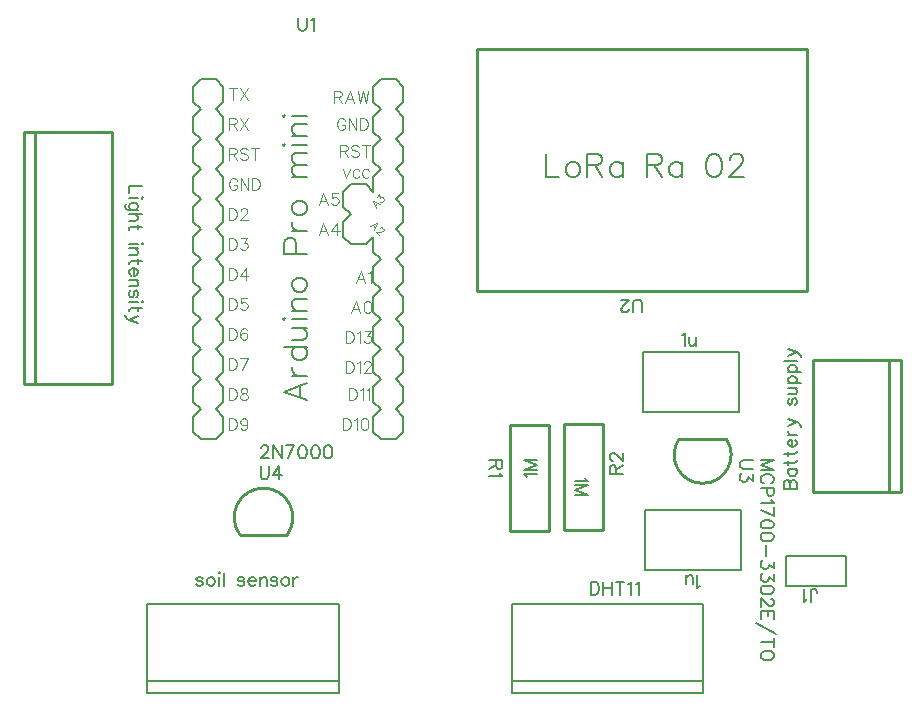
<source format=gto>
G04 Layer: TopSilkscreenLayer*
G04 EasyEDA v6.5.47, 2024-09-23 12:58:21*
G04 38ad9990bc604fb2ba1212fbd044b429,455023a0ac88494abd61f565c8365122,10*
G04 Gerber Generator version 0.2*
G04 Scale: 100 percent, Rotated: No, Reflected: No *
G04 Dimensions in millimeters *
G04 leading zeros omitted , absolute positions ,4 integer and 5 decimal *
%FSLAX45Y45*%
%MOMM*%

%ADD10C,0.2032*%
%ADD11C,0.1524*%
%ADD12C,0.0813*%
%ADD13C,0.0650*%
%ADD14C,0.2540*%
%ADD15C,0.1778*%
%ADD16C,0.1270*%
%ADD17C,0.2030*%
%ADD18C,0.0181*%

%LPD*%
D10*
X3262122Y3769613D02*
G01*
X3455924Y3695700D01*
X3262122Y3769613D02*
G01*
X3455924Y3843528D01*
X3391408Y3723386D02*
G01*
X3391408Y3815842D01*
X3326638Y3904487D02*
G01*
X3455924Y3904487D01*
X3382009Y3904487D02*
G01*
X3354324Y3913631D01*
X3336036Y3932173D01*
X3326638Y3950715D01*
X3326638Y3978402D01*
X3262122Y4150105D02*
G01*
X3455924Y4150105D01*
X3354324Y4150105D02*
G01*
X3336036Y4131563D01*
X3326638Y4113276D01*
X3326638Y4085589D01*
X3336036Y4067047D01*
X3354324Y4048505D01*
X3382009Y4039362D01*
X3400552Y4039362D01*
X3428238Y4048505D01*
X3446779Y4067047D01*
X3455924Y4085589D01*
X3455924Y4113276D01*
X3446779Y4131563D01*
X3428238Y4150105D01*
X3326638Y4211065D02*
G01*
X3419093Y4211065D01*
X3446779Y4220210D01*
X3455924Y4238752D01*
X3455924Y4266437D01*
X3446779Y4284979D01*
X3419093Y4312665D01*
X3326638Y4312665D02*
G01*
X3455924Y4312665D01*
X3262122Y4373626D02*
G01*
X3271265Y4382770D01*
X3262122Y4392168D01*
X3252724Y4382770D01*
X3262122Y4373626D01*
X3326638Y4382770D02*
G01*
X3455924Y4382770D01*
X3326638Y4453128D02*
G01*
X3455924Y4453128D01*
X3363722Y4453128D02*
G01*
X3336036Y4480813D01*
X3326638Y4499355D01*
X3326638Y4527042D01*
X3336036Y4545329D01*
X3363722Y4554728D01*
X3455924Y4554728D01*
X3326638Y4661915D02*
G01*
X3336036Y4643373D01*
X3354324Y4624831D01*
X3382009Y4615687D01*
X3400552Y4615687D01*
X3428238Y4624831D01*
X3446779Y4643373D01*
X3455924Y4661915D01*
X3455924Y4689602D01*
X3446779Y4707889D01*
X3428238Y4726431D01*
X3400552Y4735829D01*
X3382009Y4735829D01*
X3354324Y4726431D01*
X3336036Y4707889D01*
X3326638Y4689602D01*
X3326638Y4661915D01*
X3262122Y4939029D02*
G01*
X3455924Y4939029D01*
X3262122Y4939029D02*
G01*
X3262122Y5022087D01*
X3271265Y5049773D01*
X3280409Y5058918D01*
X3298952Y5068315D01*
X3326638Y5068315D01*
X3345179Y5058918D01*
X3354324Y5049773D01*
X3363722Y5022087D01*
X3363722Y4939029D01*
X3326638Y5129276D02*
G01*
X3455924Y5129276D01*
X3382009Y5129276D02*
G01*
X3354324Y5138420D01*
X3336036Y5156962D01*
X3326638Y5175250D01*
X3326638Y5203189D01*
X3326638Y5310123D02*
G01*
X3336036Y5291836D01*
X3354324Y5273294D01*
X3382009Y5264150D01*
X3400552Y5264150D01*
X3428238Y5273294D01*
X3446779Y5291836D01*
X3455924Y5310123D01*
X3455924Y5337810D01*
X3446779Y5356352D01*
X3428238Y5374894D01*
X3400552Y5384037D01*
X3382009Y5384037D01*
X3354324Y5374894D01*
X3336036Y5356352D01*
X3326638Y5337810D01*
X3326638Y5310123D01*
X3326638Y5587237D02*
G01*
X3455924Y5587237D01*
X3363722Y5587237D02*
G01*
X3336036Y5614923D01*
X3326638Y5633465D01*
X3326638Y5661152D01*
X3336036Y5679694D01*
X3363722Y5688837D01*
X3455924Y5688837D01*
X3363722Y5688837D02*
G01*
X3336036Y5716523D01*
X3326638Y5735065D01*
X3326638Y5762752D01*
X3336036Y5781294D01*
X3363722Y5790437D01*
X3455924Y5790437D01*
X3262122Y5851397D02*
G01*
X3271265Y5860795D01*
X3262122Y5869939D01*
X3252724Y5860795D01*
X3262122Y5851397D01*
X3326638Y5860795D02*
G01*
X3455924Y5860795D01*
X3326638Y5930900D02*
G01*
X3455924Y5930900D01*
X3363722Y5930900D02*
G01*
X3336036Y5958586D01*
X3326638Y5977128D01*
X3326638Y6004813D01*
X3336036Y6023355D01*
X3363722Y6032500D01*
X3455924Y6032500D01*
X3262122Y6093460D02*
G01*
X3271265Y6102604D01*
X3262122Y6112002D01*
X3252724Y6102604D01*
X3262122Y6093460D01*
X3326638Y6102604D02*
G01*
X3455924Y6102604D01*
D11*
X2058415Y5511800D02*
G01*
X1949450Y5511800D01*
X1949450Y5511800D02*
G01*
X1949450Y5449570D01*
X2058415Y5415279D02*
G01*
X2053336Y5409945D01*
X2058415Y5404865D01*
X2063750Y5409945D01*
X2058415Y5415279D01*
X2022093Y5409945D02*
G01*
X1949450Y5409945D01*
X2022093Y5308092D02*
G01*
X1939036Y5308092D01*
X1923287Y5313426D01*
X1918207Y5318505D01*
X1912873Y5328920D01*
X1912873Y5344413D01*
X1918207Y5354828D01*
X2006600Y5308092D02*
G01*
X2016759Y5318505D01*
X2022093Y5328920D01*
X2022093Y5344413D01*
X2016759Y5354828D01*
X2006600Y5365242D01*
X1990852Y5370576D01*
X1980438Y5370576D01*
X1964943Y5365242D01*
X1954529Y5354828D01*
X1949450Y5344413D01*
X1949450Y5328920D01*
X1954529Y5318505D01*
X1964943Y5308092D01*
X2058415Y5273802D02*
G01*
X1949450Y5273802D01*
X2001265Y5273802D02*
G01*
X2016759Y5258307D01*
X2022093Y5247894D01*
X2022093Y5232400D01*
X2016759Y5221986D01*
X2001265Y5216652D01*
X1949450Y5216652D01*
X2058415Y5166868D02*
G01*
X1970024Y5166868D01*
X1954529Y5161534D01*
X1949450Y5151120D01*
X1949450Y5140960D01*
X2022093Y5182362D02*
G01*
X2022093Y5146039D01*
X2058415Y5026660D02*
G01*
X2053336Y5021326D01*
X2058415Y5016245D01*
X2063750Y5021326D01*
X2058415Y5026660D01*
X2022093Y5021326D02*
G01*
X1949450Y5021326D01*
X2022093Y4981955D02*
G01*
X1949450Y4981955D01*
X2001265Y4981955D02*
G01*
X2016759Y4966207D01*
X2022093Y4955794D01*
X2022093Y4940300D01*
X2016759Y4929886D01*
X2001265Y4924805D01*
X1949450Y4924805D01*
X2058415Y4874768D02*
G01*
X1970024Y4874768D01*
X1954529Y4869687D01*
X1949450Y4859273D01*
X1949450Y4848860D01*
X2022093Y4890515D02*
G01*
X2022093Y4853939D01*
X1990852Y4814570D02*
G01*
X1990852Y4752339D01*
X2001265Y4752339D01*
X2011679Y4757420D01*
X2016759Y4762500D01*
X2022093Y4772913D01*
X2022093Y4788662D01*
X2016759Y4799076D01*
X2006600Y4809489D01*
X1990852Y4814570D01*
X1980438Y4814570D01*
X1964943Y4809489D01*
X1954529Y4799076D01*
X1949450Y4788662D01*
X1949450Y4772913D01*
X1954529Y4762500D01*
X1964943Y4752339D01*
X2022093Y4718050D02*
G01*
X1949450Y4718050D01*
X2001265Y4718050D02*
G01*
X2016759Y4702302D01*
X2022093Y4691887D01*
X2022093Y4676394D01*
X2016759Y4665979D01*
X2001265Y4660900D01*
X1949450Y4660900D01*
X2006600Y4569460D02*
G01*
X2016759Y4574539D01*
X2022093Y4590034D01*
X2022093Y4605781D01*
X2016759Y4621276D01*
X2006600Y4626610D01*
X1996186Y4621276D01*
X1990852Y4610862D01*
X1985772Y4584954D01*
X1980438Y4574539D01*
X1970024Y4569460D01*
X1964943Y4569460D01*
X1954529Y4574539D01*
X1949450Y4590034D01*
X1949450Y4605781D01*
X1954529Y4621276D01*
X1964943Y4626610D01*
X2058415Y4535170D02*
G01*
X2053336Y4529836D01*
X2058415Y4524755D01*
X2063750Y4529836D01*
X2058415Y4535170D01*
X2022093Y4529836D02*
G01*
X1949450Y4529836D01*
X2058415Y4474718D02*
G01*
X1970024Y4474718D01*
X1954529Y4469637D01*
X1949450Y4459223D01*
X1949450Y4448810D01*
X2022093Y4490465D02*
G01*
X2022093Y4453889D01*
X2022093Y4409439D02*
G01*
X1949450Y4378197D01*
X2022093Y4346955D02*
G01*
X1949450Y4378197D01*
X1928621Y4388612D01*
X1918207Y4399026D01*
X1912873Y4409439D01*
X1912873Y4414520D01*
X2571750Y2184400D02*
G01*
X2566670Y2194560D01*
X2550922Y2199894D01*
X2535427Y2199894D01*
X2519679Y2194560D01*
X2514600Y2184400D01*
X2519679Y2173986D01*
X2530093Y2168652D01*
X2556256Y2163571D01*
X2566670Y2158237D01*
X2571750Y2147823D01*
X2571750Y2142744D01*
X2566670Y2132329D01*
X2550922Y2127250D01*
X2535427Y2127250D01*
X2519679Y2132329D01*
X2514600Y2142744D01*
X2631947Y2199894D02*
G01*
X2621534Y2194560D01*
X2611120Y2184400D01*
X2606040Y2168652D01*
X2606040Y2158237D01*
X2611120Y2142744D01*
X2621534Y2132329D01*
X2631947Y2127250D01*
X2647695Y2127250D01*
X2658109Y2132329D01*
X2668270Y2142744D01*
X2673604Y2158237D01*
X2673604Y2168652D01*
X2668270Y2184400D01*
X2658109Y2194560D01*
X2647695Y2199894D01*
X2631947Y2199894D01*
X2707893Y2236215D02*
G01*
X2712974Y2231136D01*
X2718308Y2236215D01*
X2712974Y2241550D01*
X2707893Y2236215D01*
X2712974Y2199894D02*
G01*
X2712974Y2127250D01*
X2752597Y2236215D02*
G01*
X2752597Y2127250D01*
X2924047Y2184400D02*
G01*
X2918713Y2194560D01*
X2903220Y2199894D01*
X2887725Y2199894D01*
X2871977Y2194560D01*
X2866897Y2184400D01*
X2871977Y2173986D01*
X2882391Y2168652D01*
X2908300Y2163571D01*
X2918713Y2158237D01*
X2924047Y2147823D01*
X2924047Y2142744D01*
X2918713Y2132329D01*
X2903220Y2127250D01*
X2887725Y2127250D01*
X2871977Y2132329D01*
X2866897Y2142744D01*
X2958338Y2168652D02*
G01*
X3020568Y2168652D01*
X3020568Y2179065D01*
X3015488Y2189479D01*
X3010154Y2194560D01*
X2999740Y2199894D01*
X2984245Y2199894D01*
X2973831Y2194560D01*
X2963418Y2184400D01*
X2958338Y2168652D01*
X2958338Y2158237D01*
X2963418Y2142744D01*
X2973831Y2132329D01*
X2984245Y2127250D01*
X2999740Y2127250D01*
X3010154Y2132329D01*
X3020568Y2142744D01*
X3054858Y2199894D02*
G01*
X3054858Y2127250D01*
X3054858Y2179065D02*
G01*
X3070606Y2194560D01*
X3081020Y2199894D01*
X3096513Y2199894D01*
X3106927Y2194560D01*
X3112008Y2179065D01*
X3112008Y2127250D01*
X3203447Y2184400D02*
G01*
X3198368Y2194560D01*
X3182620Y2199894D01*
X3167125Y2199894D01*
X3151631Y2194560D01*
X3146297Y2184400D01*
X3151631Y2173986D01*
X3162045Y2168652D01*
X3187954Y2163571D01*
X3198368Y2158237D01*
X3203447Y2147823D01*
X3203447Y2142744D01*
X3198368Y2132329D01*
X3182620Y2127250D01*
X3167125Y2127250D01*
X3151631Y2132329D01*
X3146297Y2142744D01*
X3263900Y2199894D02*
G01*
X3253486Y2194560D01*
X3243072Y2184400D01*
X3237738Y2168652D01*
X3237738Y2158237D01*
X3243072Y2142744D01*
X3253486Y2132329D01*
X3263900Y2127250D01*
X3279393Y2127250D01*
X3289808Y2132329D01*
X3300222Y2142744D01*
X3305302Y2158237D01*
X3305302Y2168652D01*
X3300222Y2184400D01*
X3289808Y2194560D01*
X3279393Y2199894D01*
X3263900Y2199894D01*
X3339591Y2199894D02*
G01*
X3339591Y2127250D01*
X3339591Y2168652D02*
G01*
X3344925Y2184400D01*
X3355340Y2194560D01*
X3365500Y2199894D01*
X3381247Y2199894D01*
X5854700Y2160015D02*
G01*
X5854700Y2051050D01*
X5854700Y2160015D02*
G01*
X5891022Y2160015D01*
X5906770Y2154936D01*
X5916929Y2144521D01*
X5922263Y2134107D01*
X5927343Y2118360D01*
X5927343Y2092452D01*
X5922263Y2076957D01*
X5916929Y2066544D01*
X5906770Y2056129D01*
X5891022Y2051050D01*
X5854700Y2051050D01*
X5961634Y2160015D02*
G01*
X5961634Y2051050D01*
X6034531Y2160015D02*
G01*
X6034531Y2051050D01*
X5961634Y2108200D02*
G01*
X6034531Y2108200D01*
X6105143Y2160015D02*
G01*
X6105143Y2051050D01*
X6068822Y2160015D02*
G01*
X6141465Y2160015D01*
X6175756Y2139187D02*
G01*
X6186170Y2144521D01*
X6201663Y2160015D01*
X6201663Y2051050D01*
X6235954Y2139187D02*
G01*
X6246368Y2144521D01*
X6262115Y2160015D01*
X6262115Y2051050D01*
X7491984Y2946400D02*
G01*
X7600950Y2946400D01*
X7491984Y2946400D02*
G01*
X7491984Y2993136D01*
X7497063Y3008629D01*
X7502397Y3013963D01*
X7512811Y3019044D01*
X7523225Y3019044D01*
X7533640Y3013963D01*
X7538720Y3008629D01*
X7543800Y2993136D01*
X7543800Y2946400D02*
G01*
X7543800Y2993136D01*
X7549134Y3008629D01*
X7554213Y3013963D01*
X7564627Y3019044D01*
X7580375Y3019044D01*
X7590790Y3013963D01*
X7595870Y3008629D01*
X7600950Y2993136D01*
X7600950Y2946400D01*
X7528306Y3115818D02*
G01*
X7600950Y3115818D01*
X7543800Y3115818D02*
G01*
X7533640Y3105404D01*
X7528306Y3094989D01*
X7528306Y3079495D01*
X7533640Y3069081D01*
X7543800Y3058668D01*
X7559547Y3053334D01*
X7569961Y3053334D01*
X7585456Y3058668D01*
X7595870Y3069081D01*
X7600950Y3079495D01*
X7600950Y3094989D01*
X7595870Y3105404D01*
X7585456Y3115818D01*
X7491984Y3165602D02*
G01*
X7580375Y3165602D01*
X7595870Y3170936D01*
X7600950Y3181350D01*
X7600950Y3191510D01*
X7528306Y3150107D02*
G01*
X7528306Y3186429D01*
X7491984Y3241547D02*
G01*
X7580375Y3241547D01*
X7595870Y3246628D01*
X7600950Y3257042D01*
X7600950Y3267455D01*
X7528306Y3225800D02*
G01*
X7528306Y3262376D01*
X7559547Y3301745D02*
G01*
X7559547Y3364229D01*
X7549134Y3364229D01*
X7538720Y3358895D01*
X7533640Y3353815D01*
X7528306Y3343402D01*
X7528306Y3327654D01*
X7533640Y3317239D01*
X7543800Y3307079D01*
X7559547Y3301745D01*
X7569961Y3301745D01*
X7585456Y3307079D01*
X7595870Y3317239D01*
X7600950Y3327654D01*
X7600950Y3343402D01*
X7595870Y3353815D01*
X7585456Y3364229D01*
X7528306Y3398520D02*
G01*
X7600950Y3398520D01*
X7559547Y3398520D02*
G01*
X7543800Y3403600D01*
X7533640Y3414013D01*
X7528306Y3424428D01*
X7528306Y3439921D01*
X7528306Y3479545D02*
G01*
X7600950Y3510534D01*
X7528306Y3541776D02*
G01*
X7600950Y3510534D01*
X7621777Y3500120D01*
X7632191Y3489960D01*
X7637525Y3479545D01*
X7637525Y3474212D01*
X7543800Y3713226D02*
G01*
X7533640Y3708145D01*
X7528306Y3692397D01*
X7528306Y3676904D01*
X7533640Y3661410D01*
X7543800Y3656076D01*
X7554213Y3661410D01*
X7559547Y3671570D01*
X7564627Y3697731D01*
X7569961Y3708145D01*
X7580375Y3713226D01*
X7585456Y3713226D01*
X7595870Y3708145D01*
X7600950Y3692397D01*
X7600950Y3676904D01*
X7595870Y3661410D01*
X7585456Y3656076D01*
X7528306Y3747515D02*
G01*
X7580375Y3747515D01*
X7595870Y3752850D01*
X7600950Y3763010D01*
X7600950Y3778757D01*
X7595870Y3789171D01*
X7580375Y3804665D01*
X7528306Y3804665D02*
G01*
X7600950Y3804665D01*
X7528306Y3838955D02*
G01*
X7637525Y3838955D01*
X7543800Y3838955D02*
G01*
X7533640Y3849370D01*
X7528306Y3859784D01*
X7528306Y3875278D01*
X7533640Y3885692D01*
X7543800Y3896105D01*
X7559547Y3901439D01*
X7569961Y3901439D01*
X7585456Y3896105D01*
X7595870Y3885692D01*
X7600950Y3875278D01*
X7600950Y3859784D01*
X7595870Y3849370D01*
X7585456Y3838955D01*
X7528306Y3935729D02*
G01*
X7637525Y3935729D01*
X7543800Y3935729D02*
G01*
X7533640Y3945889D01*
X7528306Y3956304D01*
X7528306Y3972052D01*
X7533640Y3982465D01*
X7543800Y3992879D01*
X7559547Y3997960D01*
X7569961Y3997960D01*
X7585456Y3992879D01*
X7595870Y3982465D01*
X7600950Y3972052D01*
X7600950Y3956304D01*
X7595870Y3945889D01*
X7585456Y3935729D01*
X7491984Y4032250D02*
G01*
X7600950Y4032250D01*
X7528306Y4071620D02*
G01*
X7600950Y4102862D01*
X7528306Y4134104D02*
G01*
X7600950Y4102862D01*
X7621777Y4092447D01*
X7632191Y4082034D01*
X7637525Y4071620D01*
X7637525Y4066539D01*
X5809488Y3035300D02*
G01*
X5814822Y3024886D01*
X5830315Y3009392D01*
X5721350Y3009392D01*
X5830315Y2975102D02*
G01*
X5721350Y2975102D01*
X5830315Y2975102D02*
G01*
X5721350Y2933445D01*
X5830315Y2891789D02*
G01*
X5721350Y2933445D01*
X5830315Y2891789D02*
G01*
X5721350Y2891789D01*
X5106415Y3187700D02*
G01*
X4997450Y3187700D01*
X5106415Y3187700D02*
G01*
X5106415Y3140963D01*
X5101336Y3125470D01*
X5096002Y3120136D01*
X5085588Y3115055D01*
X5075174Y3115055D01*
X5064759Y3120136D01*
X5059679Y3125470D01*
X5054600Y3140963D01*
X5054600Y3187700D01*
X5054600Y3151378D02*
G01*
X4997450Y3115055D01*
X5085588Y3080765D02*
G01*
X5090922Y3070352D01*
X5106415Y3054604D01*
X4997450Y3054604D01*
X5315711Y3048000D02*
G01*
X5310377Y3058413D01*
X5294884Y3073907D01*
X5403850Y3073907D01*
X5294884Y3108197D02*
G01*
X5403850Y3108197D01*
X5294884Y3108197D02*
G01*
X5403850Y3149854D01*
X5294884Y3191510D02*
G01*
X5403850Y3149854D01*
X5294884Y3191510D02*
G01*
X5403850Y3191510D01*
X6018784Y3073400D02*
G01*
X6127750Y3073400D01*
X6018784Y3073400D02*
G01*
X6018784Y3120136D01*
X6023863Y3135629D01*
X6029197Y3140963D01*
X6039611Y3146044D01*
X6050025Y3146044D01*
X6060440Y3140963D01*
X6065520Y3135629D01*
X6070600Y3120136D01*
X6070600Y3073400D01*
X6070600Y3109721D02*
G01*
X6127750Y3146044D01*
X6044691Y3185668D02*
G01*
X6039611Y3185668D01*
X6029197Y3190747D01*
X6023863Y3196081D01*
X6018784Y3206495D01*
X6018784Y3227070D01*
X6023863Y3237484D01*
X6029197Y3242818D01*
X6039611Y3247897D01*
X6050025Y3247897D01*
X6060440Y3242818D01*
X6075934Y3232404D01*
X6127750Y3180334D01*
X6127750Y3253231D01*
X6781800Y2128012D02*
G01*
X6771386Y2122678D01*
X6755891Y2107184D01*
X6755891Y2216150D01*
X6721602Y2143505D02*
G01*
X6721602Y2195576D01*
X6716268Y2211070D01*
X6705854Y2216150D01*
X6690359Y2216150D01*
X6679945Y2211070D01*
X6664452Y2195576D01*
X6664452Y2143505D02*
G01*
X6664452Y2216150D01*
X6629400Y4247387D02*
G01*
X6639813Y4252721D01*
X6655308Y4268215D01*
X6655308Y4159250D01*
X6689597Y4231894D02*
G01*
X6689597Y4179823D01*
X6694931Y4164329D01*
X6705345Y4159250D01*
X6720840Y4159250D01*
X6731254Y4164329D01*
X6746747Y4179823D01*
X6746747Y4231894D02*
G01*
X6746747Y4159250D01*
X6289497Y4440280D02*
G01*
X6289497Y4518258D01*
X6284417Y4533752D01*
X6274003Y4544166D01*
X6258255Y4549246D01*
X6247841Y4549246D01*
X6232347Y4544166D01*
X6221933Y4533752D01*
X6216853Y4518258D01*
X6216853Y4440280D01*
X6177229Y4466188D02*
G01*
X6177229Y4461108D01*
X6172149Y4450694D01*
X6166815Y4445360D01*
X6156401Y4440280D01*
X6135827Y4440280D01*
X6125413Y4445360D01*
X6120079Y4450694D01*
X6114999Y4461108D01*
X6114999Y4471522D01*
X6120079Y4481936D01*
X6130493Y4497430D01*
X6182563Y4549246D01*
X6109665Y4549246D01*
D10*
X5473700Y5780278D02*
G01*
X5473700Y5586476D01*
X5473700Y5586476D02*
G01*
X5584443Y5586476D01*
X5691631Y5715762D02*
G01*
X5673090Y5706363D01*
X5654802Y5688076D01*
X5645404Y5660389D01*
X5645404Y5641847D01*
X5654802Y5614162D01*
X5673090Y5595620D01*
X5691631Y5586476D01*
X5719318Y5586476D01*
X5737859Y5595620D01*
X5756402Y5614162D01*
X5765545Y5641847D01*
X5765545Y5660389D01*
X5756402Y5688076D01*
X5737859Y5706363D01*
X5719318Y5715762D01*
X5691631Y5715762D01*
X5826506Y5780278D02*
G01*
X5826506Y5586476D01*
X5826506Y5780278D02*
G01*
X5909563Y5780278D01*
X5937250Y5771134D01*
X5946647Y5761989D01*
X5955791Y5743447D01*
X5955791Y5724905D01*
X5946647Y5706363D01*
X5937250Y5697220D01*
X5909563Y5688076D01*
X5826506Y5688076D01*
X5891275Y5688076D02*
G01*
X5955791Y5586476D01*
X6127750Y5715762D02*
G01*
X6127750Y5586476D01*
X6127750Y5688076D02*
G01*
X6109208Y5706363D01*
X6090665Y5715762D01*
X6062979Y5715762D01*
X6044438Y5706363D01*
X6026150Y5688076D01*
X6016752Y5660389D01*
X6016752Y5641847D01*
X6026150Y5614162D01*
X6044438Y5595620D01*
X6062979Y5586476D01*
X6090665Y5586476D01*
X6109208Y5595620D01*
X6127750Y5614162D01*
X6330950Y5780278D02*
G01*
X6330950Y5586476D01*
X6330950Y5780278D02*
G01*
X6414008Y5780278D01*
X6441693Y5771134D01*
X6450838Y5761989D01*
X6460236Y5743447D01*
X6460236Y5724905D01*
X6450838Y5706363D01*
X6441693Y5697220D01*
X6414008Y5688076D01*
X6330950Y5688076D01*
X6395465Y5688076D02*
G01*
X6460236Y5586476D01*
X6631940Y5715762D02*
G01*
X6631940Y5586476D01*
X6631940Y5688076D02*
G01*
X6613397Y5706363D01*
X6595109Y5715762D01*
X6567170Y5715762D01*
X6548881Y5706363D01*
X6530340Y5688076D01*
X6521195Y5660389D01*
X6521195Y5641847D01*
X6530340Y5614162D01*
X6548881Y5595620D01*
X6567170Y5586476D01*
X6595109Y5586476D01*
X6613397Y5595620D01*
X6631940Y5614162D01*
X6890511Y5780278D02*
G01*
X6862825Y5771134D01*
X6844284Y5743447D01*
X6835140Y5697220D01*
X6835140Y5669534D01*
X6844284Y5623305D01*
X6862825Y5595620D01*
X6890511Y5586476D01*
X6909054Y5586476D01*
X6936740Y5595620D01*
X6955281Y5623305D01*
X6964425Y5669534D01*
X6964425Y5697220D01*
X6955281Y5743447D01*
X6936740Y5771134D01*
X6909054Y5780278D01*
X6890511Y5780278D01*
X7034529Y5734050D02*
G01*
X7034529Y5743447D01*
X7043927Y5761989D01*
X7053072Y5771134D01*
X7071613Y5780278D01*
X7108443Y5780278D01*
X7126986Y5771134D01*
X7136129Y5761989D01*
X7145527Y5743447D01*
X7145527Y5724905D01*
X7136129Y5706363D01*
X7117841Y5678678D01*
X7025386Y5586476D01*
X7154672Y5586476D01*
D11*
X7405115Y3187700D02*
G01*
X7296150Y3187700D01*
X7405115Y3187700D02*
G01*
X7296150Y3146044D01*
X7405115Y3104642D02*
G01*
X7296150Y3146044D01*
X7405115Y3104642D02*
G01*
X7296150Y3104642D01*
X7379208Y2992373D02*
G01*
X7389622Y2997454D01*
X7400036Y3007868D01*
X7405115Y3018281D01*
X7405115Y3039110D01*
X7400036Y3049523D01*
X7389622Y3059937D01*
X7379208Y3065018D01*
X7363459Y3070352D01*
X7337552Y3070352D01*
X7322058Y3065018D01*
X7311643Y3059937D01*
X7301229Y3049523D01*
X7296150Y3039110D01*
X7296150Y3018281D01*
X7301229Y3007868D01*
X7311643Y2997454D01*
X7322058Y2992373D01*
X7405115Y2958084D02*
G01*
X7296150Y2958084D01*
X7405115Y2958084D02*
G01*
X7405115Y2911347D01*
X7400036Y2895600D01*
X7394702Y2890520D01*
X7384288Y2885439D01*
X7368793Y2885439D01*
X7358379Y2890520D01*
X7353300Y2895600D01*
X7347965Y2911347D01*
X7347965Y2958084D01*
X7384288Y2851150D02*
G01*
X7389622Y2840736D01*
X7405115Y2824987D01*
X7296150Y2824987D01*
X7405115Y2718054D02*
G01*
X7296150Y2769870D01*
X7405115Y2790697D02*
G01*
X7405115Y2718054D01*
X7405115Y2652521D02*
G01*
X7400036Y2668270D01*
X7384288Y2678429D01*
X7358379Y2683763D01*
X7342886Y2683763D01*
X7316724Y2678429D01*
X7301229Y2668270D01*
X7296150Y2652521D01*
X7296150Y2642107D01*
X7301229Y2626613D01*
X7316724Y2616200D01*
X7342886Y2611120D01*
X7358379Y2611120D01*
X7384288Y2616200D01*
X7400036Y2626613D01*
X7405115Y2642107D01*
X7405115Y2652521D01*
X7405115Y2545587D02*
G01*
X7400036Y2561081D01*
X7384288Y2571495D01*
X7358379Y2576829D01*
X7342886Y2576829D01*
X7316724Y2571495D01*
X7301229Y2561081D01*
X7296150Y2545587D01*
X7296150Y2535173D01*
X7301229Y2519679D01*
X7316724Y2509265D01*
X7342886Y2503931D01*
X7358379Y2503931D01*
X7384288Y2509265D01*
X7400036Y2519679D01*
X7405115Y2535173D01*
X7405115Y2545587D01*
X7342886Y2469642D02*
G01*
X7342886Y2376170D01*
X7405115Y2331465D02*
G01*
X7405115Y2274315D01*
X7363459Y2305557D01*
X7363459Y2289810D01*
X7358379Y2279650D01*
X7353300Y2274315D01*
X7337552Y2269236D01*
X7327138Y2269236D01*
X7311643Y2274315D01*
X7301229Y2284729D01*
X7296150Y2300223D01*
X7296150Y2315971D01*
X7301229Y2331465D01*
X7306309Y2336800D01*
X7316724Y2341879D01*
X7405115Y2224531D02*
G01*
X7405115Y2167381D01*
X7363459Y2198370D01*
X7363459Y2182876D01*
X7358379Y2172462D01*
X7353300Y2167381D01*
X7337552Y2162047D01*
X7327138Y2162047D01*
X7311643Y2167381D01*
X7301229Y2177795D01*
X7296150Y2193289D01*
X7296150Y2208784D01*
X7301229Y2224531D01*
X7306309Y2229612D01*
X7316724Y2234945D01*
X7405115Y2096770D02*
G01*
X7400036Y2112263D01*
X7384288Y2122678D01*
X7358379Y2127757D01*
X7342886Y2127757D01*
X7316724Y2122678D01*
X7301229Y2112263D01*
X7296150Y2096770D01*
X7296150Y2086355D01*
X7301229Y2070607D01*
X7316724Y2060194D01*
X7342886Y2055113D01*
X7358379Y2055113D01*
X7384288Y2060194D01*
X7400036Y2070607D01*
X7405115Y2086355D01*
X7405115Y2096770D01*
X7379208Y2015489D02*
G01*
X7384288Y2015489D01*
X7394702Y2010410D01*
X7400036Y2005329D01*
X7405115Y1994915D01*
X7405115Y1974087D01*
X7400036Y1963673D01*
X7394702Y1958339D01*
X7384288Y1953260D01*
X7373874Y1953260D01*
X7363459Y1958339D01*
X7347965Y1968754D01*
X7296150Y2020823D01*
X7296150Y1948179D01*
X7405115Y1913889D02*
G01*
X7296150Y1913889D01*
X7405115Y1913889D02*
G01*
X7405115Y1846326D01*
X7353300Y1913889D02*
G01*
X7353300Y1872234D01*
X7296150Y1913889D02*
G01*
X7296150Y1846326D01*
X7425943Y1718310D02*
G01*
X7259574Y1812036D01*
X7405115Y1647697D02*
G01*
X7296150Y1647697D01*
X7405115Y1684020D02*
G01*
X7405115Y1611376D01*
X7405115Y1545844D02*
G01*
X7400036Y1556257D01*
X7389622Y1566671D01*
X7379208Y1572005D01*
X7363459Y1577086D01*
X7337552Y1577086D01*
X7322058Y1572005D01*
X7311643Y1566671D01*
X7301229Y1556257D01*
X7296150Y1545844D01*
X7296150Y1525270D01*
X7301229Y1514855D01*
X7311643Y1504442D01*
X7322058Y1499107D01*
X7337552Y1494028D01*
X7363459Y1494028D01*
X7379208Y1499107D01*
X7389622Y1504442D01*
X7400036Y1514855D01*
X7405115Y1525270D01*
X7405115Y1545844D01*
X7227315Y3187700D02*
G01*
X7149338Y3187700D01*
X7133843Y3182620D01*
X7123429Y3172205D01*
X7118350Y3156457D01*
X7118350Y3146044D01*
X7123429Y3130550D01*
X7133843Y3120136D01*
X7149338Y3115055D01*
X7227315Y3115055D01*
X7227315Y3070352D02*
G01*
X7227315Y3013202D01*
X7185659Y3044189D01*
X7185659Y3028695D01*
X7180579Y3018281D01*
X7175500Y3013202D01*
X7159752Y3007868D01*
X7149338Y3007868D01*
X7133843Y3013202D01*
X7123429Y3023615D01*
X7118350Y3039110D01*
X7118350Y3054604D01*
X7123429Y3070352D01*
X7128509Y3075431D01*
X7138924Y3080765D01*
X3065779Y3289807D02*
G01*
X3065779Y3294887D01*
X3071113Y3305302D01*
X3076193Y3310636D01*
X3086608Y3315715D01*
X3107436Y3315715D01*
X3117850Y3310636D01*
X3122929Y3305302D01*
X3128263Y3294887D01*
X3128263Y3284473D01*
X3122929Y3274060D01*
X3112770Y3258565D01*
X3060700Y3206750D01*
X3133343Y3206750D01*
X3167634Y3315715D02*
G01*
X3167634Y3206750D01*
X3167634Y3315715D02*
G01*
X3240531Y3206750D01*
X3240531Y3315715D02*
G01*
X3240531Y3206750D01*
X3347465Y3315715D02*
G01*
X3295650Y3206750D01*
X3274822Y3315715D02*
G01*
X3347465Y3315715D01*
X3412997Y3315715D02*
G01*
X3397250Y3310636D01*
X3387090Y3294887D01*
X3381756Y3268979D01*
X3381756Y3253486D01*
X3387090Y3227323D01*
X3397250Y3211829D01*
X3412997Y3206750D01*
X3423411Y3206750D01*
X3438906Y3211829D01*
X3449320Y3227323D01*
X3454400Y3253486D01*
X3454400Y3268979D01*
X3449320Y3294887D01*
X3438906Y3310636D01*
X3423411Y3315715D01*
X3412997Y3315715D01*
X3519931Y3315715D02*
G01*
X3504438Y3310636D01*
X3494024Y3294887D01*
X3488690Y3268979D01*
X3488690Y3253486D01*
X3494024Y3227323D01*
X3504438Y3211829D01*
X3519931Y3206750D01*
X3530345Y3206750D01*
X3545840Y3211829D01*
X3556254Y3227323D01*
X3561588Y3253486D01*
X3561588Y3268979D01*
X3556254Y3294887D01*
X3545840Y3310636D01*
X3530345Y3315715D01*
X3519931Y3315715D01*
X3627120Y3315715D02*
G01*
X3611372Y3310636D01*
X3600958Y3294887D01*
X3595877Y3268979D01*
X3595877Y3253486D01*
X3600958Y3227323D01*
X3611372Y3211829D01*
X3627120Y3206750D01*
X3637279Y3206750D01*
X3653027Y3211829D01*
X3663441Y3227323D01*
X3668522Y3253486D01*
X3668522Y3268979D01*
X3663441Y3294887D01*
X3653027Y3310636D01*
X3637279Y3315715D01*
X3627120Y3315715D01*
X3060700Y3137915D02*
G01*
X3060700Y3059937D01*
X3065779Y3044444D01*
X3076193Y3034029D01*
X3091941Y3028950D01*
X3102356Y3028950D01*
X3117850Y3034029D01*
X3128263Y3044444D01*
X3133343Y3059937D01*
X3133343Y3137915D01*
X3219704Y3137915D02*
G01*
X3167634Y3065271D01*
X3245611Y3065271D01*
X3219704Y3137915D02*
G01*
X3219704Y3028950D01*
X3378200Y6935215D02*
G01*
X3378200Y6857237D01*
X3383279Y6841744D01*
X3393693Y6831329D01*
X3409441Y6826250D01*
X3419856Y6826250D01*
X3435350Y6831329D01*
X3445763Y6841744D01*
X3450843Y6857237D01*
X3450843Y6935215D01*
X3485134Y6914387D02*
G01*
X3495547Y6919721D01*
X3511295Y6935215D01*
X3511295Y6826250D01*
D12*
X2794000Y5830315D02*
G01*
X2794000Y5733287D01*
X2794000Y5830315D02*
G01*
X2835656Y5830315D01*
X2849372Y5825489D01*
X2853943Y5820918D01*
X2858770Y5811773D01*
X2858770Y5802629D01*
X2853943Y5793231D01*
X2849372Y5788660D01*
X2835656Y5784087D01*
X2794000Y5784087D01*
X2826258Y5784087D02*
G01*
X2858770Y5733287D01*
X2953765Y5816345D02*
G01*
X2944622Y5825489D01*
X2930652Y5830315D01*
X2912109Y5830315D01*
X2898393Y5825489D01*
X2889250Y5816345D01*
X2889250Y5807202D01*
X2893822Y5797804D01*
X2898393Y5793231D01*
X2907538Y5788660D01*
X2935224Y5779515D01*
X2944622Y5774689D01*
X2949193Y5770118D01*
X2953765Y5760973D01*
X2953765Y5747004D01*
X2944622Y5737860D01*
X2930652Y5733287D01*
X2912109Y5733287D01*
X2898393Y5737860D01*
X2889250Y5747004D01*
X3016504Y5830315D02*
G01*
X3016504Y5733287D01*
X2984245Y5830315D02*
G01*
X3049015Y5830315D01*
X2863341Y5553202D02*
G01*
X2858770Y5562345D01*
X2849372Y5571489D01*
X2840227Y5576315D01*
X2821686Y5576315D01*
X2812541Y5571489D01*
X2803143Y5562345D01*
X2798572Y5553202D01*
X2794000Y5539231D01*
X2794000Y5516118D01*
X2798572Y5502402D01*
X2803143Y5493004D01*
X2812541Y5483860D01*
X2821686Y5479287D01*
X2840227Y5479287D01*
X2849372Y5483860D01*
X2858770Y5493004D01*
X2863341Y5502402D01*
X2863341Y5516118D01*
X2840227Y5516118D02*
G01*
X2863341Y5516118D01*
X2893822Y5576315D02*
G01*
X2893822Y5479287D01*
X2893822Y5576315D02*
G01*
X2958338Y5479287D01*
X2958338Y5576315D02*
G01*
X2958338Y5479287D01*
X2988818Y5576315D02*
G01*
X2988818Y5479287D01*
X2988818Y5576315D02*
G01*
X3021329Y5576315D01*
X3035045Y5571489D01*
X3044190Y5562345D01*
X3049015Y5553202D01*
X3053588Y5539231D01*
X3053588Y5516118D01*
X3049015Y5502402D01*
X3044190Y5493004D01*
X3035045Y5483860D01*
X3021329Y5479287D01*
X2988818Y5479287D01*
X2794000Y5322315D02*
G01*
X2794000Y5225287D01*
X2794000Y5322315D02*
G01*
X2826258Y5322315D01*
X2840227Y5317489D01*
X2849372Y5308345D01*
X2853943Y5299202D01*
X2858770Y5285231D01*
X2858770Y5262118D01*
X2853943Y5248402D01*
X2849372Y5239004D01*
X2840227Y5229860D01*
X2826258Y5225287D01*
X2794000Y5225287D01*
X2893822Y5299202D02*
G01*
X2893822Y5303773D01*
X2898393Y5312918D01*
X2902965Y5317489D01*
X2912109Y5322315D01*
X2930652Y5322315D01*
X2940050Y5317489D01*
X2944622Y5312918D01*
X2949193Y5303773D01*
X2949193Y5294629D01*
X2944622Y5285231D01*
X2935224Y5271515D01*
X2889250Y5225287D01*
X2953765Y5225287D01*
X2794000Y6084315D02*
G01*
X2794000Y5987287D01*
X2794000Y6084315D02*
G01*
X2835656Y6084315D01*
X2849372Y6079489D01*
X2853943Y6074918D01*
X2858770Y6065773D01*
X2858770Y6056629D01*
X2853943Y6047231D01*
X2849372Y6042660D01*
X2835656Y6038087D01*
X2794000Y6038087D01*
X2826258Y6038087D02*
G01*
X2858770Y5987287D01*
X2889250Y6084315D02*
G01*
X2953765Y5987287D01*
X2953765Y6084315D02*
G01*
X2889250Y5987287D01*
X2826258Y6338315D02*
G01*
X2826258Y6241287D01*
X2794000Y6338315D02*
G01*
X2858770Y6338315D01*
X2889250Y6338315D02*
G01*
X2953765Y6241287D01*
X2953765Y6338315D02*
G01*
X2889250Y6241287D01*
X2794000Y4814315D02*
G01*
X2794000Y4717287D01*
X2794000Y4814315D02*
G01*
X2826258Y4814315D01*
X2840227Y4809489D01*
X2849372Y4800345D01*
X2853943Y4791202D01*
X2858770Y4777231D01*
X2858770Y4754118D01*
X2853943Y4740402D01*
X2849372Y4731004D01*
X2840227Y4721860D01*
X2826258Y4717287D01*
X2794000Y4717287D01*
X2935224Y4814315D02*
G01*
X2889250Y4749545D01*
X2958338Y4749545D01*
X2935224Y4814315D02*
G01*
X2935224Y4717287D01*
X2794000Y4560315D02*
G01*
X2794000Y4463287D01*
X2794000Y4560315D02*
G01*
X2826258Y4560315D01*
X2840227Y4555489D01*
X2849372Y4546345D01*
X2853943Y4537202D01*
X2858770Y4523231D01*
X2858770Y4500118D01*
X2853943Y4486402D01*
X2849372Y4477004D01*
X2840227Y4467860D01*
X2826258Y4463287D01*
X2794000Y4463287D01*
X2944622Y4560315D02*
G01*
X2898393Y4560315D01*
X2893822Y4518660D01*
X2898393Y4523231D01*
X2912109Y4527804D01*
X2926079Y4527804D01*
X2940050Y4523231D01*
X2949193Y4514087D01*
X2953765Y4500118D01*
X2953765Y4490973D01*
X2949193Y4477004D01*
X2940050Y4467860D01*
X2926079Y4463287D01*
X2912109Y4463287D01*
X2898393Y4467860D01*
X2893822Y4472431D01*
X2889250Y4481829D01*
X2794000Y4306315D02*
G01*
X2794000Y4209287D01*
X2794000Y4306315D02*
G01*
X2826258Y4306315D01*
X2840227Y4301489D01*
X2849372Y4292345D01*
X2853943Y4283202D01*
X2858770Y4269231D01*
X2858770Y4246118D01*
X2853943Y4232402D01*
X2849372Y4223004D01*
X2840227Y4213860D01*
X2826258Y4209287D01*
X2794000Y4209287D01*
X2944622Y4292345D02*
G01*
X2940050Y4301489D01*
X2926079Y4306315D01*
X2916936Y4306315D01*
X2902965Y4301489D01*
X2893822Y4287773D01*
X2889250Y4264660D01*
X2889250Y4241545D01*
X2893822Y4223004D01*
X2902965Y4213860D01*
X2916936Y4209287D01*
X2921508Y4209287D01*
X2935224Y4213860D01*
X2944622Y4223004D01*
X2949193Y4236973D01*
X2949193Y4241545D01*
X2944622Y4255515D01*
X2935224Y4264660D01*
X2921508Y4269231D01*
X2916936Y4269231D01*
X2902965Y4264660D01*
X2893822Y4255515D01*
X2889250Y4241545D01*
X2794000Y4052315D02*
G01*
X2794000Y3955287D01*
X2794000Y4052315D02*
G01*
X2826258Y4052315D01*
X2840227Y4047489D01*
X2849372Y4038345D01*
X2853943Y4029202D01*
X2858770Y4015231D01*
X2858770Y3992118D01*
X2853943Y3978402D01*
X2849372Y3969004D01*
X2840227Y3959860D01*
X2826258Y3955287D01*
X2794000Y3955287D01*
X2953765Y4052315D02*
G01*
X2907538Y3955287D01*
X2889250Y4052315D02*
G01*
X2953765Y4052315D01*
X2794000Y3798315D02*
G01*
X2794000Y3701287D01*
X2794000Y3798315D02*
G01*
X2826258Y3798315D01*
X2840227Y3793489D01*
X2849372Y3784345D01*
X2853943Y3775202D01*
X2858770Y3761231D01*
X2858770Y3738118D01*
X2853943Y3724402D01*
X2849372Y3715004D01*
X2840227Y3705860D01*
X2826258Y3701287D01*
X2794000Y3701287D01*
X2912109Y3798315D02*
G01*
X2898393Y3793489D01*
X2893822Y3784345D01*
X2893822Y3775202D01*
X2898393Y3765804D01*
X2907538Y3761231D01*
X2926079Y3756660D01*
X2940050Y3752087D01*
X2949193Y3742689D01*
X2953765Y3733545D01*
X2953765Y3719829D01*
X2949193Y3710431D01*
X2944622Y3705860D01*
X2930652Y3701287D01*
X2912109Y3701287D01*
X2898393Y3705860D01*
X2893822Y3710431D01*
X2889250Y3719829D01*
X2889250Y3733545D01*
X2893822Y3742689D01*
X2902965Y3752087D01*
X2916936Y3756660D01*
X2935224Y3761231D01*
X2944622Y3765804D01*
X2949193Y3775202D01*
X2949193Y3784345D01*
X2944622Y3793489D01*
X2930652Y3798315D01*
X2912109Y3798315D01*
X2794000Y3544315D02*
G01*
X2794000Y3447287D01*
X2794000Y3544315D02*
G01*
X2826258Y3544315D01*
X2840227Y3539489D01*
X2849372Y3530345D01*
X2853943Y3521202D01*
X2858770Y3507231D01*
X2858770Y3484118D01*
X2853943Y3470402D01*
X2849372Y3461004D01*
X2840227Y3451860D01*
X2826258Y3447287D01*
X2794000Y3447287D01*
X2949193Y3511804D02*
G01*
X2944622Y3498087D01*
X2935224Y3488689D01*
X2921508Y3484118D01*
X2916936Y3484118D01*
X2902965Y3488689D01*
X2893822Y3498087D01*
X2889250Y3511804D01*
X2889250Y3516629D01*
X2893822Y3530345D01*
X2902965Y3539489D01*
X2916936Y3544315D01*
X2921508Y3544315D01*
X2935224Y3539489D01*
X2944622Y3530345D01*
X2949193Y3511804D01*
X2949193Y3488689D01*
X2944622Y3465829D01*
X2935224Y3451860D01*
X2921508Y3447287D01*
X2912109Y3447287D01*
X2898393Y3451860D01*
X2893822Y3461004D01*
X3759200Y3544315D02*
G01*
X3759200Y3447287D01*
X3759200Y3544315D02*
G01*
X3791458Y3544315D01*
X3805427Y3539489D01*
X3814572Y3530345D01*
X3819143Y3521202D01*
X3823970Y3507231D01*
X3823970Y3484118D01*
X3819143Y3470402D01*
X3814572Y3461004D01*
X3805427Y3451860D01*
X3791458Y3447287D01*
X3759200Y3447287D01*
X3854450Y3525773D02*
G01*
X3863593Y3530345D01*
X3877309Y3544315D01*
X3877309Y3447287D01*
X3935729Y3544315D02*
G01*
X3921759Y3539489D01*
X3912615Y3525773D01*
X3907790Y3502660D01*
X3907790Y3488689D01*
X3912615Y3465829D01*
X3921759Y3451860D01*
X3935729Y3447287D01*
X3944874Y3447287D01*
X3958590Y3451860D01*
X3967988Y3465829D01*
X3972559Y3488689D01*
X3972559Y3502660D01*
X3967988Y3525773D01*
X3958590Y3539489D01*
X3944874Y3544315D01*
X3935729Y3544315D01*
X3810000Y3798315D02*
G01*
X3810000Y3701287D01*
X3810000Y3798315D02*
G01*
X3842258Y3798315D01*
X3856227Y3793489D01*
X3865372Y3784345D01*
X3869943Y3775202D01*
X3874770Y3761231D01*
X3874770Y3738118D01*
X3869943Y3724402D01*
X3865372Y3715004D01*
X3856227Y3705860D01*
X3842258Y3701287D01*
X3810000Y3701287D01*
X3905250Y3779773D02*
G01*
X3914393Y3784345D01*
X3928109Y3798315D01*
X3928109Y3701287D01*
X3958590Y3779773D02*
G01*
X3967988Y3784345D01*
X3981704Y3798315D01*
X3981704Y3701287D01*
X3784600Y4026915D02*
G01*
X3784600Y3929887D01*
X3784600Y4026915D02*
G01*
X3816858Y4026915D01*
X3830827Y4022089D01*
X3839972Y4012945D01*
X3844543Y4003802D01*
X3849370Y3989831D01*
X3849370Y3966718D01*
X3844543Y3953002D01*
X3839972Y3943604D01*
X3830827Y3934460D01*
X3816858Y3929887D01*
X3784600Y3929887D01*
X3879850Y4008373D02*
G01*
X3888993Y4012945D01*
X3902709Y4026915D01*
X3902709Y3929887D01*
X3938015Y4003802D02*
G01*
X3938015Y4008373D01*
X3942588Y4017518D01*
X3947159Y4022089D01*
X3956304Y4026915D01*
X3974845Y4026915D01*
X3983990Y4022089D01*
X3988815Y4017518D01*
X3993388Y4008373D01*
X3993388Y3999229D01*
X3988815Y3989831D01*
X3979418Y3976115D01*
X3933190Y3929887D01*
X3997959Y3929887D01*
X3784600Y4280915D02*
G01*
X3784600Y4183887D01*
X3784600Y4280915D02*
G01*
X3816858Y4280915D01*
X3830827Y4276089D01*
X3839972Y4266945D01*
X3844543Y4257802D01*
X3849370Y4243831D01*
X3849370Y4220718D01*
X3844543Y4207002D01*
X3839972Y4197604D01*
X3830827Y4188460D01*
X3816858Y4183887D01*
X3784600Y4183887D01*
X3879850Y4262373D02*
G01*
X3888993Y4266945D01*
X3902709Y4280915D01*
X3902709Y4183887D01*
X3942588Y4280915D02*
G01*
X3993388Y4280915D01*
X3965702Y4243831D01*
X3979418Y4243831D01*
X3988815Y4239260D01*
X3993388Y4234687D01*
X3997959Y4220718D01*
X3997959Y4211573D01*
X3993388Y4197604D01*
X3983990Y4188460D01*
X3970274Y4183887D01*
X3956304Y4183887D01*
X3942588Y4188460D01*
X3938015Y4193031D01*
X3933190Y4202429D01*
X3865879Y4534915D02*
G01*
X3829050Y4437887D01*
X3865879Y4534915D02*
G01*
X3902963Y4437887D01*
X3843020Y4470145D02*
G01*
X3888993Y4470145D01*
X3961129Y4534915D02*
G01*
X3947159Y4530089D01*
X3938015Y4516373D01*
X3933443Y4493260D01*
X3933443Y4479289D01*
X3938015Y4456429D01*
X3947159Y4442460D01*
X3961129Y4437887D01*
X3970274Y4437887D01*
X3984243Y4442460D01*
X3993388Y4456429D01*
X3997959Y4479289D01*
X3997959Y4493260D01*
X3993388Y4516373D01*
X3984243Y4530089D01*
X3970274Y4534915D01*
X3961129Y4534915D01*
X3907281Y4788915D02*
G01*
X3870452Y4691887D01*
X3907281Y4788915D02*
G01*
X3944365Y4691887D01*
X3884422Y4724145D02*
G01*
X3930395Y4724145D01*
X3974845Y4770373D02*
G01*
X3983990Y4774945D01*
X3997959Y4788915D01*
X3997959Y4691887D01*
D13*
X4050840Y5198534D02*
G01*
X3990314Y5171414D01*
X4050840Y5198534D02*
G01*
X4023720Y5138008D01*
X4011147Y5179677D02*
G01*
X4031983Y5158841D01*
X4073113Y5155430D02*
G01*
X4075267Y5157584D01*
X4081373Y5159740D01*
X4085683Y5159740D01*
X4091790Y5157584D01*
X4100233Y5149143D01*
X4102387Y5143037D01*
X4102209Y5138905D01*
X4100233Y5132618D01*
X4095922Y5128308D01*
X4089636Y5126334D01*
X4079219Y5124178D01*
X4037550Y5124178D01*
X4066827Y5094902D01*
X4008965Y5384340D02*
G01*
X4036085Y5323814D01*
X4008965Y5384340D02*
G01*
X4069491Y5357220D01*
X4027822Y5344647D02*
G01*
X4048658Y5365483D01*
X4043629Y5419006D02*
G01*
X4066618Y5441995D01*
X4070748Y5412719D01*
X4077035Y5419006D01*
X4083141Y5421160D01*
X4087451Y5421160D01*
X4095894Y5417030D01*
X4100024Y5412897D01*
X4104154Y5404457D01*
X4104154Y5396194D01*
X4100024Y5387754D01*
X4093738Y5381467D01*
X4085297Y5377337D01*
X4081345Y5377337D01*
X4075059Y5379313D01*
X3759200Y5657342D02*
G01*
X3788663Y5579618D01*
X3818381Y5657342D02*
G01*
X3788663Y5579618D01*
X3898138Y5638800D02*
G01*
X3894327Y5646165D01*
X3886961Y5653531D01*
X3879595Y5657342D01*
X3864863Y5657342D01*
X3857497Y5653531D01*
X3850131Y5646165D01*
X3846322Y5638800D01*
X3842765Y5627878D01*
X3842765Y5609336D01*
X3846322Y5598160D01*
X3850131Y5590794D01*
X3857497Y5583428D01*
X3864863Y5579618D01*
X3879595Y5579618D01*
X3886961Y5583428D01*
X3894327Y5590794D01*
X3898138Y5598160D01*
X3977893Y5638800D02*
G01*
X3974338Y5646165D01*
X3966718Y5653531D01*
X3959352Y5657342D01*
X3944620Y5657342D01*
X3937254Y5653531D01*
X3929888Y5646165D01*
X3926077Y5638800D01*
X3922522Y5627878D01*
X3922522Y5609336D01*
X3926077Y5598160D01*
X3929888Y5590794D01*
X3937254Y5583428D01*
X3944620Y5579618D01*
X3959352Y5579618D01*
X3966718Y5583428D01*
X3974338Y5590794D01*
X3977893Y5598160D01*
D12*
X3733800Y5855715D02*
G01*
X3733800Y5758687D01*
X3733800Y5855715D02*
G01*
X3775456Y5855715D01*
X3789172Y5850889D01*
X3793743Y5846318D01*
X3798570Y5837173D01*
X3798570Y5828029D01*
X3793743Y5818631D01*
X3789172Y5814060D01*
X3775456Y5809487D01*
X3733800Y5809487D01*
X3766058Y5809487D02*
G01*
X3798570Y5758687D01*
X3893565Y5841745D02*
G01*
X3884422Y5850889D01*
X3870452Y5855715D01*
X3851909Y5855715D01*
X3838193Y5850889D01*
X3829050Y5841745D01*
X3829050Y5832602D01*
X3833622Y5823204D01*
X3838193Y5818631D01*
X3847338Y5814060D01*
X3875024Y5804915D01*
X3884422Y5800089D01*
X3888993Y5795518D01*
X3893565Y5786373D01*
X3893565Y5772404D01*
X3884422Y5763260D01*
X3870452Y5758687D01*
X3851909Y5758687D01*
X3838193Y5763260D01*
X3829050Y5772404D01*
X3956304Y5855715D02*
G01*
X3956304Y5758687D01*
X3924045Y5855715D02*
G01*
X3988815Y5855715D01*
X3777741Y6061202D02*
G01*
X3773170Y6070345D01*
X3763772Y6079489D01*
X3754627Y6084315D01*
X3736086Y6084315D01*
X3726941Y6079489D01*
X3717543Y6070345D01*
X3712972Y6061202D01*
X3708400Y6047231D01*
X3708400Y6024118D01*
X3712972Y6010402D01*
X3717543Y6001004D01*
X3726941Y5991860D01*
X3736086Y5987287D01*
X3754627Y5987287D01*
X3763772Y5991860D01*
X3773170Y6001004D01*
X3777741Y6010402D01*
X3777741Y6024118D01*
X3754627Y6024118D02*
G01*
X3777741Y6024118D01*
X3808222Y6084315D02*
G01*
X3808222Y5987287D01*
X3808222Y6084315D02*
G01*
X3872738Y5987287D01*
X3872738Y6084315D02*
G01*
X3872738Y5987287D01*
X3903218Y6084315D02*
G01*
X3903218Y5987287D01*
X3903218Y6084315D02*
G01*
X3935729Y6084315D01*
X3949445Y6079489D01*
X3958590Y6070345D01*
X3963415Y6061202D01*
X3967988Y6047231D01*
X3967988Y6024118D01*
X3963415Y6010402D01*
X3958590Y6001004D01*
X3949445Y5991860D01*
X3935729Y5987287D01*
X3903218Y5987287D01*
X3683000Y6312915D02*
G01*
X3683000Y6215887D01*
X3683000Y6312915D02*
G01*
X3724656Y6312915D01*
X3738372Y6308089D01*
X3742943Y6303518D01*
X3747770Y6294373D01*
X3747770Y6285229D01*
X3742943Y6275831D01*
X3738372Y6271260D01*
X3724656Y6266687D01*
X3683000Y6266687D01*
X3715258Y6266687D02*
G01*
X3747770Y6215887D01*
X3815079Y6312915D02*
G01*
X3778250Y6215887D01*
X3815079Y6312915D02*
G01*
X3851909Y6215887D01*
X3791965Y6248145D02*
G01*
X3838193Y6248145D01*
X3882390Y6312915D02*
G01*
X3905504Y6215887D01*
X3928618Y6312915D02*
G01*
X3905504Y6215887D01*
X3928618Y6312915D02*
G01*
X3951731Y6215887D01*
X3974845Y6312915D02*
G01*
X3951731Y6215887D01*
X2794000Y5068315D02*
G01*
X2794000Y4971287D01*
X2794000Y5068315D02*
G01*
X2826258Y5068315D01*
X2840227Y5063489D01*
X2849372Y5054345D01*
X2853943Y5045202D01*
X2858770Y5031231D01*
X2858770Y5008118D01*
X2853943Y4994402D01*
X2849372Y4985004D01*
X2840227Y4975860D01*
X2826258Y4971287D01*
X2794000Y4971287D01*
X2898393Y5068315D02*
G01*
X2949193Y5068315D01*
X2921508Y5031231D01*
X2935224Y5031231D01*
X2944622Y5026660D01*
X2949193Y5022087D01*
X2953765Y5008118D01*
X2953765Y4998973D01*
X2949193Y4985004D01*
X2940050Y4975860D01*
X2926079Y4971287D01*
X2912109Y4971287D01*
X2898393Y4975860D01*
X2893822Y4980431D01*
X2889250Y4989829D01*
X3592829Y5449315D02*
G01*
X3556000Y5352287D01*
X3592829Y5449315D02*
G01*
X3629913Y5352287D01*
X3569970Y5384545D02*
G01*
X3615943Y5384545D01*
X3715765Y5449315D02*
G01*
X3669538Y5449315D01*
X3664965Y5407660D01*
X3669538Y5412231D01*
X3683508Y5416804D01*
X3697224Y5416804D01*
X3711193Y5412231D01*
X3720338Y5403087D01*
X3724909Y5389118D01*
X3724909Y5379973D01*
X3720338Y5366004D01*
X3711193Y5356860D01*
X3697224Y5352287D01*
X3683508Y5352287D01*
X3669538Y5356860D01*
X3664965Y5361431D01*
X3660393Y5370829D01*
X3592829Y5195315D02*
G01*
X3556000Y5098287D01*
X3592829Y5195315D02*
G01*
X3629913Y5098287D01*
X3569970Y5130545D02*
G01*
X3615943Y5130545D01*
X3706622Y5195315D02*
G01*
X3660393Y5130545D01*
X3729736Y5130545D01*
X3706622Y5195315D02*
G01*
X3706622Y5098287D01*
D11*
X7720329Y1992884D02*
G01*
X7720329Y2075942D01*
X7725663Y2091689D01*
X7730743Y2096770D01*
X7741158Y2101850D01*
X7751572Y2101850D01*
X7761986Y2096770D01*
X7767320Y2091689D01*
X7772400Y2075942D01*
X7772400Y2065528D01*
X7686040Y2013712D02*
G01*
X7675879Y2008378D01*
X7660131Y1992884D01*
X7660131Y2101850D01*
D14*
X1153160Y3837899D02*
G01*
X1054100Y3837899D01*
X1054100Y3837899D02*
G01*
X1054100Y5966460D01*
X1153160Y3837899D02*
G01*
X1153160Y5966460D01*
X1803400Y5966460D02*
G01*
X1803400Y3837899D01*
X1803400Y3837899D02*
G01*
X1153160Y3837899D01*
X1054100Y5966460D02*
G01*
X1153160Y5966460D01*
X1153160Y5966460D02*
G01*
X1803400Y5966460D01*
D10*
X2102993Y1969388D02*
G01*
X3723004Y1969388D01*
X3723004Y1319403D01*
X3723004Y1219403D01*
X2102993Y1219403D01*
X2102993Y1319403D01*
X2102993Y1969388D01*
X3723004Y1319403D02*
G01*
X2102993Y1319403D01*
X5189093Y1969388D02*
G01*
X6809104Y1969388D01*
X6809104Y1319403D01*
X6809104Y1219403D01*
X5189093Y1219403D01*
X5189093Y1319403D01*
X5189093Y1969388D01*
X6809104Y1319403D02*
G01*
X5189093Y1319403D01*
D14*
X7734300Y2919729D02*
G01*
X7734300Y4039870D01*
X7734300Y4039870D02*
G01*
X8384540Y4039870D01*
X8384540Y4039870D02*
G01*
X8483600Y4039870D01*
X8483600Y4039870D02*
G01*
X8483600Y2919729D01*
X8483600Y2919729D02*
G01*
X8384540Y2919729D01*
X8384540Y2919729D02*
G01*
X7734300Y2919729D01*
X8384540Y4039870D02*
G01*
X8384540Y2919729D01*
X5168900Y3484879D02*
G01*
X5499100Y3484879D01*
X5499100Y3484879D02*
G01*
X5499100Y2585720D01*
X5499100Y2585720D02*
G01*
X5168900Y2585720D01*
X5168900Y2585720D02*
G01*
X5168900Y3484879D01*
X5956300Y2598420D02*
G01*
X5626100Y2598420D01*
X5626100Y2598420D02*
G01*
X5626100Y3497579D01*
X5626100Y3497579D02*
G01*
X5956300Y3497579D01*
X5956300Y3497579D02*
G01*
X5956300Y2598420D01*
D15*
X6311900Y2514600D02*
G01*
X6311900Y2768600D01*
X7124700Y2768600D01*
X7124700Y2260600D01*
X6311900Y2260600D01*
X6311900Y2514600D01*
X7112000Y3848100D02*
G01*
X7112000Y3594100D01*
X6299200Y3594100D01*
X6299200Y4102100D01*
X7112000Y4102100D01*
X7112000Y3848100D01*
D14*
X7689494Y4622805D02*
G01*
X4889500Y4622805D01*
X4889500Y6672813D01*
X7689494Y6672813D01*
X7689494Y4622805D01*
X7004659Y3368581D02*
G01*
X6603761Y3368542D01*
X3284090Y2555112D02*
G01*
X2888109Y2555112D01*
D16*
X4013200Y3429000D02*
G01*
X4076700Y3365500D01*
X4203700Y3365500D01*
X4267200Y3429000D01*
X4267200Y3556000D01*
X4203700Y3619500D01*
X4267200Y3683000D01*
X4267200Y3810000D01*
X4203700Y3873500D01*
X4267200Y3937000D01*
X4267200Y4064000D01*
X4203700Y4127500D01*
X4267200Y4191000D01*
X4267200Y4318000D01*
X4203700Y4381500D01*
X4267200Y4445000D01*
X4267200Y4572000D01*
X4203700Y4635500D01*
X4267200Y4699000D01*
X4267200Y4826000D01*
X4203700Y4889500D01*
X4267200Y4953000D01*
X4267200Y5080000D01*
X4203700Y5143500D01*
X4267200Y5207000D01*
X4267200Y5334000D01*
X4203700Y5397500D01*
X4267200Y5461000D01*
X4267200Y5588000D01*
X4203700Y5651500D01*
X4267200Y5715000D01*
X4267200Y5842000D01*
X4203700Y5905500D01*
X4267200Y5969000D01*
X4267200Y6096000D01*
X4203700Y6159500D01*
X4267200Y6223000D01*
X4267200Y6350000D01*
X4203700Y6413500D01*
X4076700Y6413500D01*
X4013200Y6350000D01*
X4013200Y6223000D01*
X4076700Y6159500D01*
X4013200Y6096000D01*
X4013200Y5969000D01*
X4076700Y5905500D01*
X4013200Y5842000D01*
X4013200Y5715000D01*
X4076700Y5651500D01*
X4013200Y5588000D01*
X4013200Y5461000D01*
X3949700Y5524500D01*
X3822700Y5524500D01*
X3759200Y5461000D01*
X3759200Y5334000D01*
X3822700Y5270500D01*
X3759200Y5207000D01*
X3759200Y5080000D01*
X3822700Y5016500D01*
X3949700Y5016500D01*
X4013200Y5080000D01*
X4013200Y4953000D01*
X4076700Y4889500D01*
X4013200Y4826000D01*
X4013200Y4699000D01*
X4076700Y4635500D01*
X4013200Y4572000D01*
X4013200Y4445000D01*
X4076700Y4381500D01*
X4013200Y4318000D01*
X4013200Y4191000D01*
X4076700Y4127500D01*
X4013200Y4064000D01*
X4013200Y3937000D01*
X4076700Y3873500D01*
X4013200Y3810000D01*
X4013200Y3683000D01*
X4076700Y3619500D01*
X4076700Y3619500D02*
G01*
X4013200Y3556000D01*
X2489200Y6350000D02*
G01*
X2489200Y6223000D01*
X2552700Y6159500D01*
X2489200Y6096000D01*
X2489200Y5969000D01*
X2552700Y5905500D01*
X2489200Y5842000D01*
X2489200Y5715000D01*
X2552700Y5651500D01*
X2489200Y5588000D01*
X2489200Y5461000D01*
X2552700Y5397500D01*
X2489200Y5334000D01*
X2489200Y5207000D01*
X2552700Y5143500D01*
X2489200Y5080000D01*
X2489200Y4953000D01*
X2552700Y4889500D01*
X2489200Y4826000D01*
X2489200Y4699000D01*
X2552700Y4635500D01*
X2489200Y4572000D01*
X2489200Y4445000D01*
X2552700Y4381500D01*
X2489200Y4318000D01*
X2489200Y4191000D01*
X2552700Y4127500D01*
X2489200Y4064000D01*
X2489200Y3937000D01*
X2552700Y3873500D01*
X2489200Y3810000D01*
X2489200Y3683000D01*
X2552700Y3619500D01*
X2489200Y3556000D01*
X2489200Y3429000D01*
X2552700Y3365500D01*
X2679700Y3365500D01*
X2743200Y3429000D01*
X2743200Y3556000D01*
X2679700Y3619500D01*
X2743200Y3683000D01*
X2743200Y3810000D01*
X2679700Y3873500D01*
X2743200Y3937000D01*
X2743200Y4064000D01*
X2679700Y4127500D01*
X2743200Y4191000D01*
X2743200Y4318000D01*
X2679700Y4381500D01*
X2743200Y4445000D01*
X2743200Y4572000D01*
X2679700Y4635500D01*
X2743200Y4699000D01*
X2743200Y4826000D01*
X2679700Y4889500D01*
X2743200Y4953000D01*
X2743200Y5080000D01*
X2679700Y5143500D01*
X2743200Y5207000D01*
X2743200Y5334000D01*
X2679700Y5397500D01*
X2743200Y5461000D01*
X2743200Y5588000D01*
X2679700Y5651500D01*
X2743200Y5715000D01*
X2743200Y5842000D01*
X2679700Y5905500D01*
X2743200Y5969000D01*
X2743200Y6096000D01*
X2679700Y6159500D01*
X2743200Y6223000D01*
X2743200Y6350000D01*
X2679700Y6413500D01*
X2552700Y6413500D01*
X2489200Y6350000D01*
X4013200Y3556000D02*
G01*
X4013200Y3429000D01*
D17*
X7505700Y2120900D02*
G01*
X7823200Y2120900D01*
D10*
X7505700Y2120900D02*
G01*
X7505700Y2374900D01*
X8013700Y2374900D01*
X8013700Y2120900D01*
X7823200Y2120900D01*
D14*
G75*
G01*
X6603761Y3368563D02*
G03*
X7004660Y3368543I200443J-134345D01*
G75*
G01*
X3284220Y2554986D02*
G03*
X2887980Y2554986I-198120J149840D01*
M02*

</source>
